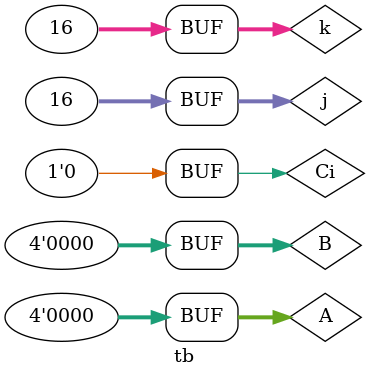
<source format=v>
`timescale 1ns / 1ns


module tb();
    
    reg [3:0] A;
    reg [3:0] B;
    reg Ci;
    wire [3:0] S;
    wire Co;
    wire PG;
    wire GG;
    integer j;
    integer k;

    CLA4 test (.A(A), .B(B), .Ci(Ci), .S(S), .Co(Co), .PG(PG), .GG(GG));
    
    initial begin

            A = 4'b0000;    
            B = 4'b0000; Ci = 0; #10;
            for(j = 0; j < 16; j = j + 1) begin
                A = A + 1; #10;
                for(k = 0; k < 16; k = k + 1) begin
                    B = B + 1; #10;
                end
            end

    end

endmodule

</source>
